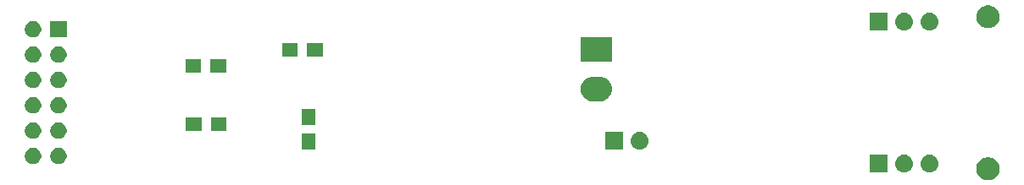
<source format=gbs>
G04 #@! TF.GenerationSoftware,KiCad,Pcbnew,(5.1.2)-2*
G04 #@! TF.CreationDate,2019-11-04T12:19:55+09:00*
G04 #@! TF.ProjectId,Kicad_sehd_mv,4b696361-645f-4736-9568-645f6d762e6b,1.0*
G04 #@! TF.SameCoordinates,Original*
G04 #@! TF.FileFunction,Soldermask,Bot*
G04 #@! TF.FilePolarity,Negative*
%FSLAX46Y46*%
G04 Gerber Fmt 4.6, Leading zero omitted, Abs format (unit mm)*
G04 Created by KiCad (PCBNEW (5.1.2)-2) date 2019-11-04 12:19:55*
%MOMM*%
%LPD*%
G04 APERTURE LIST*
%ADD10C,0.100000*%
G04 APERTURE END LIST*
D10*
G36*
X161641549Y-72531116D02*
G01*
X161752734Y-72553232D01*
X161900850Y-72614584D01*
X161931169Y-72627142D01*
X161962203Y-72639997D01*
X162150720Y-72765960D01*
X162311040Y-72926280D01*
X162434112Y-73110471D01*
X162437004Y-73114799D01*
X162523768Y-73324267D01*
X162558419Y-73498466D01*
X162568000Y-73546636D01*
X162568000Y-73773364D01*
X162523768Y-73995734D01*
X162437003Y-74205203D01*
X162311040Y-74393720D01*
X162150720Y-74554040D01*
X161962203Y-74680003D01*
X161752734Y-74766768D01*
X161641549Y-74788884D01*
X161530365Y-74811000D01*
X161303635Y-74811000D01*
X161192451Y-74788884D01*
X161081266Y-74766768D01*
X160871797Y-74680003D01*
X160683280Y-74554040D01*
X160522960Y-74393720D01*
X160396997Y-74205203D01*
X160310232Y-73995734D01*
X160266000Y-73773364D01*
X160266000Y-73546636D01*
X160275582Y-73498466D01*
X160310232Y-73324267D01*
X160396996Y-73114799D01*
X160399888Y-73110471D01*
X160522960Y-72926280D01*
X160683280Y-72765960D01*
X160871797Y-72639997D01*
X160902832Y-72627142D01*
X160933150Y-72614584D01*
X161081266Y-72553232D01*
X161192451Y-72531116D01*
X161303635Y-72509000D01*
X161530365Y-72509000D01*
X161641549Y-72531116D01*
X161641549Y-72531116D01*
G37*
G36*
X155685443Y-72257519D02*
G01*
X155751627Y-72264037D01*
X155921466Y-72315557D01*
X156077991Y-72399222D01*
X156113729Y-72428552D01*
X156215186Y-72511814D01*
X156298448Y-72613271D01*
X156327778Y-72649009D01*
X156411443Y-72805534D01*
X156462963Y-72975373D01*
X156480359Y-73152000D01*
X156462963Y-73328627D01*
X156411443Y-73498466D01*
X156327778Y-73654991D01*
X156298448Y-73690729D01*
X156215186Y-73792186D01*
X156113729Y-73875448D01*
X156077991Y-73904778D01*
X155921466Y-73988443D01*
X155751627Y-74039963D01*
X155685442Y-74046482D01*
X155619260Y-74053000D01*
X155530740Y-74053000D01*
X155464558Y-74046482D01*
X155398373Y-74039963D01*
X155228534Y-73988443D01*
X155072009Y-73904778D01*
X155036271Y-73875448D01*
X154934814Y-73792186D01*
X154851552Y-73690729D01*
X154822222Y-73654991D01*
X154738557Y-73498466D01*
X154687037Y-73328627D01*
X154669641Y-73152000D01*
X154687037Y-72975373D01*
X154738557Y-72805534D01*
X154822222Y-72649009D01*
X154851552Y-72613271D01*
X154934814Y-72511814D01*
X155036271Y-72428552D01*
X155072009Y-72399222D01*
X155228534Y-72315557D01*
X155398373Y-72264037D01*
X155464557Y-72257519D01*
X155530740Y-72251000D01*
X155619260Y-72251000D01*
X155685443Y-72257519D01*
X155685443Y-72257519D01*
G37*
G36*
X151396000Y-74053000D02*
G01*
X149594000Y-74053000D01*
X149594000Y-72251000D01*
X151396000Y-72251000D01*
X151396000Y-74053000D01*
X151396000Y-74053000D01*
G37*
G36*
X153145443Y-72257519D02*
G01*
X153211627Y-72264037D01*
X153381466Y-72315557D01*
X153537991Y-72399222D01*
X153573729Y-72428552D01*
X153675186Y-72511814D01*
X153758448Y-72613271D01*
X153787778Y-72649009D01*
X153871443Y-72805534D01*
X153922963Y-72975373D01*
X153940359Y-73152000D01*
X153922963Y-73328627D01*
X153871443Y-73498466D01*
X153787778Y-73654991D01*
X153758448Y-73690729D01*
X153675186Y-73792186D01*
X153573729Y-73875448D01*
X153537991Y-73904778D01*
X153381466Y-73988443D01*
X153211627Y-74039963D01*
X153145442Y-74046482D01*
X153079260Y-74053000D01*
X152990740Y-74053000D01*
X152924558Y-74046482D01*
X152858373Y-74039963D01*
X152688534Y-73988443D01*
X152532009Y-73904778D01*
X152496271Y-73875448D01*
X152394814Y-73792186D01*
X152311552Y-73690729D01*
X152282222Y-73654991D01*
X152198557Y-73498466D01*
X152147037Y-73328627D01*
X152129641Y-73152000D01*
X152147037Y-72975373D01*
X152198557Y-72805534D01*
X152282222Y-72649009D01*
X152311552Y-72613271D01*
X152394814Y-72511814D01*
X152496271Y-72428552D01*
X152532009Y-72399222D01*
X152688534Y-72315557D01*
X152858373Y-72264037D01*
X152924557Y-72257519D01*
X152990740Y-72251000D01*
X153079260Y-72251000D01*
X153145443Y-72257519D01*
X153145443Y-72257519D01*
G37*
G36*
X66277142Y-71608242D02*
G01*
X66425101Y-71669529D01*
X66558255Y-71758499D01*
X66671501Y-71871745D01*
X66760471Y-72004899D01*
X66821758Y-72152858D01*
X66853000Y-72309925D01*
X66853000Y-72470075D01*
X66821758Y-72627142D01*
X66760471Y-72775101D01*
X66671501Y-72908255D01*
X66558255Y-73021501D01*
X66425101Y-73110471D01*
X66277142Y-73171758D01*
X66120075Y-73203000D01*
X65959925Y-73203000D01*
X65802858Y-73171758D01*
X65654899Y-73110471D01*
X65521745Y-73021501D01*
X65408499Y-72908255D01*
X65319529Y-72775101D01*
X65258242Y-72627142D01*
X65227000Y-72470075D01*
X65227000Y-72309925D01*
X65258242Y-72152858D01*
X65319529Y-72004899D01*
X65408499Y-71871745D01*
X65521745Y-71758499D01*
X65654899Y-71669529D01*
X65802858Y-71608242D01*
X65959925Y-71577000D01*
X66120075Y-71577000D01*
X66277142Y-71608242D01*
X66277142Y-71608242D01*
G37*
G36*
X68817142Y-71608242D02*
G01*
X68965101Y-71669529D01*
X69098255Y-71758499D01*
X69211501Y-71871745D01*
X69300471Y-72004899D01*
X69361758Y-72152858D01*
X69393000Y-72309925D01*
X69393000Y-72470075D01*
X69361758Y-72627142D01*
X69300471Y-72775101D01*
X69211501Y-72908255D01*
X69098255Y-73021501D01*
X68965101Y-73110471D01*
X68817142Y-73171758D01*
X68660075Y-73203000D01*
X68499925Y-73203000D01*
X68342858Y-73171758D01*
X68194899Y-73110471D01*
X68061745Y-73021501D01*
X67948499Y-72908255D01*
X67859529Y-72775101D01*
X67798242Y-72627142D01*
X67767000Y-72470075D01*
X67767000Y-72309925D01*
X67798242Y-72152858D01*
X67859529Y-72004899D01*
X67948499Y-71871745D01*
X68061745Y-71758499D01*
X68194899Y-71669529D01*
X68342858Y-71608242D01*
X68499925Y-71577000D01*
X68660075Y-71577000D01*
X68817142Y-71608242D01*
X68817142Y-71608242D01*
G37*
G36*
X94275000Y-71774000D02*
G01*
X92923000Y-71774000D01*
X92923000Y-70172000D01*
X94275000Y-70172000D01*
X94275000Y-71774000D01*
X94275000Y-71774000D01*
G37*
G36*
X126729443Y-69971519D02*
G01*
X126795627Y-69978037D01*
X126965466Y-70029557D01*
X127121991Y-70113222D01*
X127157729Y-70142552D01*
X127259186Y-70225814D01*
X127342448Y-70327271D01*
X127371778Y-70363009D01*
X127455443Y-70519534D01*
X127506963Y-70689373D01*
X127524359Y-70866000D01*
X127506963Y-71042627D01*
X127455443Y-71212466D01*
X127371778Y-71368991D01*
X127342448Y-71404729D01*
X127259186Y-71506186D01*
X127157729Y-71589448D01*
X127121991Y-71618778D01*
X126965466Y-71702443D01*
X126795627Y-71753963D01*
X126749571Y-71758499D01*
X126663260Y-71767000D01*
X126574740Y-71767000D01*
X126488429Y-71758499D01*
X126442373Y-71753963D01*
X126272534Y-71702443D01*
X126116009Y-71618778D01*
X126080271Y-71589448D01*
X125978814Y-71506186D01*
X125895552Y-71404729D01*
X125866222Y-71368991D01*
X125782557Y-71212466D01*
X125731037Y-71042627D01*
X125713641Y-70866000D01*
X125731037Y-70689373D01*
X125782557Y-70519534D01*
X125866222Y-70363009D01*
X125895552Y-70327271D01*
X125978814Y-70225814D01*
X126080271Y-70142552D01*
X126116009Y-70113222D01*
X126272534Y-70029557D01*
X126442373Y-69978037D01*
X126508557Y-69971519D01*
X126574740Y-69965000D01*
X126663260Y-69965000D01*
X126729443Y-69971519D01*
X126729443Y-69971519D01*
G37*
G36*
X124980000Y-71767000D02*
G01*
X123178000Y-71767000D01*
X123178000Y-69965000D01*
X124980000Y-69965000D01*
X124980000Y-71767000D01*
X124980000Y-71767000D01*
G37*
G36*
X68817142Y-69068242D02*
G01*
X68965101Y-69129529D01*
X69098255Y-69218499D01*
X69211501Y-69331745D01*
X69300471Y-69464899D01*
X69361758Y-69612858D01*
X69393000Y-69769925D01*
X69393000Y-69930075D01*
X69361758Y-70087142D01*
X69300471Y-70235101D01*
X69211501Y-70368255D01*
X69098255Y-70481501D01*
X68965101Y-70570471D01*
X68817142Y-70631758D01*
X68660075Y-70663000D01*
X68499925Y-70663000D01*
X68342858Y-70631758D01*
X68194899Y-70570471D01*
X68061745Y-70481501D01*
X67948499Y-70368255D01*
X67859529Y-70235101D01*
X67798242Y-70087142D01*
X67767000Y-69930075D01*
X67767000Y-69769925D01*
X67798242Y-69612858D01*
X67859529Y-69464899D01*
X67948499Y-69331745D01*
X68061745Y-69218499D01*
X68194899Y-69129529D01*
X68342858Y-69068242D01*
X68499925Y-69037000D01*
X68660075Y-69037000D01*
X68817142Y-69068242D01*
X68817142Y-69068242D01*
G37*
G36*
X66277142Y-69068242D02*
G01*
X66425101Y-69129529D01*
X66558255Y-69218499D01*
X66671501Y-69331745D01*
X66760471Y-69464899D01*
X66821758Y-69612858D01*
X66853000Y-69769925D01*
X66853000Y-69930075D01*
X66821758Y-70087142D01*
X66760471Y-70235101D01*
X66671501Y-70368255D01*
X66558255Y-70481501D01*
X66425101Y-70570471D01*
X66277142Y-70631758D01*
X66120075Y-70663000D01*
X65959925Y-70663000D01*
X65802858Y-70631758D01*
X65654899Y-70570471D01*
X65521745Y-70481501D01*
X65408499Y-70368255D01*
X65319529Y-70235101D01*
X65258242Y-70087142D01*
X65227000Y-69930075D01*
X65227000Y-69769925D01*
X65258242Y-69612858D01*
X65319529Y-69464899D01*
X65408499Y-69331745D01*
X65521745Y-69218499D01*
X65654899Y-69129529D01*
X65802858Y-69068242D01*
X65959925Y-69037000D01*
X66120075Y-69037000D01*
X66277142Y-69068242D01*
X66277142Y-69068242D01*
G37*
G36*
X82883000Y-69891000D02*
G01*
X81281000Y-69891000D01*
X81281000Y-68539000D01*
X82883000Y-68539000D01*
X82883000Y-69891000D01*
X82883000Y-69891000D01*
G37*
G36*
X85383000Y-69891000D02*
G01*
X83781000Y-69891000D01*
X83781000Y-68539000D01*
X85383000Y-68539000D01*
X85383000Y-69891000D01*
X85383000Y-69891000D01*
G37*
G36*
X94275000Y-69274000D02*
G01*
X92923000Y-69274000D01*
X92923000Y-67672000D01*
X94275000Y-67672000D01*
X94275000Y-69274000D01*
X94275000Y-69274000D01*
G37*
G36*
X68817142Y-66528242D02*
G01*
X68965101Y-66589529D01*
X69098255Y-66678499D01*
X69211501Y-66791745D01*
X69300471Y-66924899D01*
X69361758Y-67072858D01*
X69393000Y-67229925D01*
X69393000Y-67390075D01*
X69361758Y-67547142D01*
X69300471Y-67695101D01*
X69211501Y-67828255D01*
X69098255Y-67941501D01*
X68965101Y-68030471D01*
X68817142Y-68091758D01*
X68660075Y-68123000D01*
X68499925Y-68123000D01*
X68342858Y-68091758D01*
X68194899Y-68030471D01*
X68061745Y-67941501D01*
X67948499Y-67828255D01*
X67859529Y-67695101D01*
X67798242Y-67547142D01*
X67767000Y-67390075D01*
X67767000Y-67229925D01*
X67798242Y-67072858D01*
X67859529Y-66924899D01*
X67948499Y-66791745D01*
X68061745Y-66678499D01*
X68194899Y-66589529D01*
X68342858Y-66528242D01*
X68499925Y-66497000D01*
X68660075Y-66497000D01*
X68817142Y-66528242D01*
X68817142Y-66528242D01*
G37*
G36*
X66277142Y-66528242D02*
G01*
X66425101Y-66589529D01*
X66558255Y-66678499D01*
X66671501Y-66791745D01*
X66760471Y-66924899D01*
X66821758Y-67072858D01*
X66853000Y-67229925D01*
X66853000Y-67390075D01*
X66821758Y-67547142D01*
X66760471Y-67695101D01*
X66671501Y-67828255D01*
X66558255Y-67941501D01*
X66425101Y-68030471D01*
X66277142Y-68091758D01*
X66120075Y-68123000D01*
X65959925Y-68123000D01*
X65802858Y-68091758D01*
X65654899Y-68030471D01*
X65521745Y-67941501D01*
X65408499Y-67828255D01*
X65319529Y-67695101D01*
X65258242Y-67547142D01*
X65227000Y-67390075D01*
X65227000Y-67229925D01*
X65258242Y-67072858D01*
X65319529Y-66924899D01*
X65408499Y-66791745D01*
X65521745Y-66678499D01*
X65654899Y-66589529D01*
X65802858Y-66528242D01*
X65959925Y-66497000D01*
X66120075Y-66497000D01*
X66277142Y-66528242D01*
X66277142Y-66528242D01*
G37*
G36*
X122866338Y-64473739D02*
G01*
X123097440Y-64543843D01*
X123310425Y-64657686D01*
X123497107Y-64810893D01*
X123650314Y-64997575D01*
X123764157Y-65210560D01*
X123834261Y-65441662D01*
X123857932Y-65682000D01*
X123834261Y-65922338D01*
X123764157Y-66153440D01*
X123650314Y-66366425D01*
X123497107Y-66553107D01*
X123310425Y-66706314D01*
X123097440Y-66820157D01*
X122866338Y-66890261D01*
X122686229Y-66908000D01*
X121915771Y-66908000D01*
X121735662Y-66890261D01*
X121504560Y-66820157D01*
X121291575Y-66706314D01*
X121104893Y-66553107D01*
X120951686Y-66366425D01*
X120837843Y-66153440D01*
X120767739Y-65922338D01*
X120744068Y-65682000D01*
X120767739Y-65441662D01*
X120837843Y-65210560D01*
X120951686Y-64997575D01*
X121104893Y-64810893D01*
X121291575Y-64657686D01*
X121504560Y-64543843D01*
X121735662Y-64473739D01*
X121915771Y-64456000D01*
X122686229Y-64456000D01*
X122866338Y-64473739D01*
X122866338Y-64473739D01*
G37*
G36*
X66277142Y-63988242D02*
G01*
X66425101Y-64049529D01*
X66558255Y-64138499D01*
X66671501Y-64251745D01*
X66760471Y-64384899D01*
X66821758Y-64532858D01*
X66853000Y-64689925D01*
X66853000Y-64850075D01*
X66821758Y-65007142D01*
X66760471Y-65155101D01*
X66671501Y-65288255D01*
X66558255Y-65401501D01*
X66425101Y-65490471D01*
X66277142Y-65551758D01*
X66120075Y-65583000D01*
X65959925Y-65583000D01*
X65802858Y-65551758D01*
X65654899Y-65490471D01*
X65521745Y-65401501D01*
X65408499Y-65288255D01*
X65319529Y-65155101D01*
X65258242Y-65007142D01*
X65227000Y-64850075D01*
X65227000Y-64689925D01*
X65258242Y-64532858D01*
X65319529Y-64384899D01*
X65408499Y-64251745D01*
X65521745Y-64138499D01*
X65654899Y-64049529D01*
X65802858Y-63988242D01*
X65959925Y-63957000D01*
X66120075Y-63957000D01*
X66277142Y-63988242D01*
X66277142Y-63988242D01*
G37*
G36*
X68817142Y-63988242D02*
G01*
X68965101Y-64049529D01*
X69098255Y-64138499D01*
X69211501Y-64251745D01*
X69300471Y-64384899D01*
X69361758Y-64532858D01*
X69393000Y-64689925D01*
X69393000Y-64850075D01*
X69361758Y-65007142D01*
X69300471Y-65155101D01*
X69211501Y-65288255D01*
X69098255Y-65401501D01*
X68965101Y-65490471D01*
X68817142Y-65551758D01*
X68660075Y-65583000D01*
X68499925Y-65583000D01*
X68342858Y-65551758D01*
X68194899Y-65490471D01*
X68061745Y-65401501D01*
X67948499Y-65288255D01*
X67859529Y-65155101D01*
X67798242Y-65007142D01*
X67767000Y-64850075D01*
X67767000Y-64689925D01*
X67798242Y-64532858D01*
X67859529Y-64384899D01*
X67948499Y-64251745D01*
X68061745Y-64138499D01*
X68194899Y-64049529D01*
X68342858Y-63988242D01*
X68499925Y-63957000D01*
X68660075Y-63957000D01*
X68817142Y-63988242D01*
X68817142Y-63988242D01*
G37*
G36*
X85343000Y-64049000D02*
G01*
X83741000Y-64049000D01*
X83741000Y-62697000D01*
X85343000Y-62697000D01*
X85343000Y-64049000D01*
X85343000Y-64049000D01*
G37*
G36*
X82843000Y-64049000D02*
G01*
X81241000Y-64049000D01*
X81241000Y-62697000D01*
X82843000Y-62697000D01*
X82843000Y-64049000D01*
X82843000Y-64049000D01*
G37*
G36*
X66277142Y-61448242D02*
G01*
X66425101Y-61509529D01*
X66558255Y-61598499D01*
X66671501Y-61711745D01*
X66760471Y-61844899D01*
X66821758Y-61992858D01*
X66853000Y-62149925D01*
X66853000Y-62310075D01*
X66821758Y-62467142D01*
X66760471Y-62615101D01*
X66671501Y-62748255D01*
X66558255Y-62861501D01*
X66425101Y-62950471D01*
X66277142Y-63011758D01*
X66120075Y-63043000D01*
X65959925Y-63043000D01*
X65802858Y-63011758D01*
X65654899Y-62950471D01*
X65521745Y-62861501D01*
X65408499Y-62748255D01*
X65319529Y-62615101D01*
X65258242Y-62467142D01*
X65227000Y-62310075D01*
X65227000Y-62149925D01*
X65258242Y-61992858D01*
X65319529Y-61844899D01*
X65408499Y-61711745D01*
X65521745Y-61598499D01*
X65654899Y-61509529D01*
X65802858Y-61448242D01*
X65959925Y-61417000D01*
X66120075Y-61417000D01*
X66277142Y-61448242D01*
X66277142Y-61448242D01*
G37*
G36*
X68817142Y-61448242D02*
G01*
X68965101Y-61509529D01*
X69098255Y-61598499D01*
X69211501Y-61711745D01*
X69300471Y-61844899D01*
X69361758Y-61992858D01*
X69393000Y-62149925D01*
X69393000Y-62310075D01*
X69361758Y-62467142D01*
X69300471Y-62615101D01*
X69211501Y-62748255D01*
X69098255Y-62861501D01*
X68965101Y-62950471D01*
X68817142Y-63011758D01*
X68660075Y-63043000D01*
X68499925Y-63043000D01*
X68342858Y-63011758D01*
X68194899Y-62950471D01*
X68061745Y-62861501D01*
X67948499Y-62748255D01*
X67859529Y-62615101D01*
X67798242Y-62467142D01*
X67767000Y-62310075D01*
X67767000Y-62149925D01*
X67798242Y-61992858D01*
X67859529Y-61844899D01*
X67948499Y-61711745D01*
X68061745Y-61598499D01*
X68194899Y-61509529D01*
X68342858Y-61448242D01*
X68499925Y-61417000D01*
X68660075Y-61417000D01*
X68817142Y-61448242D01*
X68817142Y-61448242D01*
G37*
G36*
X123852000Y-62948000D02*
G01*
X120750000Y-62948000D01*
X120750000Y-60496000D01*
X123852000Y-60496000D01*
X123852000Y-62948000D01*
X123852000Y-62948000D01*
G37*
G36*
X92495000Y-62398000D02*
G01*
X90893000Y-62398000D01*
X90893000Y-61046000D01*
X92495000Y-61046000D01*
X92495000Y-62398000D01*
X92495000Y-62398000D01*
G37*
G36*
X94995000Y-62398000D02*
G01*
X93393000Y-62398000D01*
X93393000Y-61046000D01*
X94995000Y-61046000D01*
X94995000Y-62398000D01*
X94995000Y-62398000D01*
G37*
G36*
X69393000Y-60503000D02*
G01*
X67767000Y-60503000D01*
X67767000Y-58877000D01*
X69393000Y-58877000D01*
X69393000Y-60503000D01*
X69393000Y-60503000D01*
G37*
G36*
X66277142Y-58908242D02*
G01*
X66425101Y-58969529D01*
X66558255Y-59058499D01*
X66671501Y-59171745D01*
X66760471Y-59304899D01*
X66821758Y-59452858D01*
X66853000Y-59609925D01*
X66853000Y-59770075D01*
X66821758Y-59927142D01*
X66760471Y-60075101D01*
X66671501Y-60208255D01*
X66558255Y-60321501D01*
X66425101Y-60410471D01*
X66277142Y-60471758D01*
X66120075Y-60503000D01*
X65959925Y-60503000D01*
X65802858Y-60471758D01*
X65654899Y-60410471D01*
X65521745Y-60321501D01*
X65408499Y-60208255D01*
X65319529Y-60075101D01*
X65258242Y-59927142D01*
X65227000Y-59770075D01*
X65227000Y-59609925D01*
X65258242Y-59452858D01*
X65319529Y-59304899D01*
X65408499Y-59171745D01*
X65521745Y-59058499D01*
X65654899Y-58969529D01*
X65802858Y-58908242D01*
X65959925Y-58877000D01*
X66120075Y-58877000D01*
X66277142Y-58908242D01*
X66277142Y-58908242D01*
G37*
G36*
X151396000Y-59829000D02*
G01*
X149594000Y-59829000D01*
X149594000Y-58027000D01*
X151396000Y-58027000D01*
X151396000Y-59829000D01*
X151396000Y-59829000D01*
G37*
G36*
X153145442Y-58033518D02*
G01*
X153211627Y-58040037D01*
X153381466Y-58091557D01*
X153537991Y-58175222D01*
X153573729Y-58204552D01*
X153675186Y-58287814D01*
X153758448Y-58389271D01*
X153787778Y-58425009D01*
X153871443Y-58581534D01*
X153922963Y-58751373D01*
X153940359Y-58928000D01*
X153922963Y-59104627D01*
X153871443Y-59274466D01*
X153787778Y-59430991D01*
X153780382Y-59440003D01*
X153675186Y-59568186D01*
X153573729Y-59651448D01*
X153537991Y-59680778D01*
X153381466Y-59764443D01*
X153211627Y-59815963D01*
X153145442Y-59822482D01*
X153079260Y-59829000D01*
X152990740Y-59829000D01*
X152924558Y-59822482D01*
X152858373Y-59815963D01*
X152688534Y-59764443D01*
X152532009Y-59680778D01*
X152496271Y-59651448D01*
X152394814Y-59568186D01*
X152289618Y-59440003D01*
X152282222Y-59430991D01*
X152198557Y-59274466D01*
X152147037Y-59104627D01*
X152129641Y-58928000D01*
X152147037Y-58751373D01*
X152198557Y-58581534D01*
X152282222Y-58425009D01*
X152311552Y-58389271D01*
X152394814Y-58287814D01*
X152496271Y-58204552D01*
X152532009Y-58175222D01*
X152688534Y-58091557D01*
X152858373Y-58040037D01*
X152924558Y-58033518D01*
X152990740Y-58027000D01*
X153079260Y-58027000D01*
X153145442Y-58033518D01*
X153145442Y-58033518D01*
G37*
G36*
X155685442Y-58033518D02*
G01*
X155751627Y-58040037D01*
X155921466Y-58091557D01*
X156077991Y-58175222D01*
X156113729Y-58204552D01*
X156215186Y-58287814D01*
X156298448Y-58389271D01*
X156327778Y-58425009D01*
X156411443Y-58581534D01*
X156462963Y-58751373D01*
X156480359Y-58928000D01*
X156462963Y-59104627D01*
X156411443Y-59274466D01*
X156327778Y-59430991D01*
X156320382Y-59440003D01*
X156215186Y-59568186D01*
X156113729Y-59651448D01*
X156077991Y-59680778D01*
X155921466Y-59764443D01*
X155751627Y-59815963D01*
X155685442Y-59822482D01*
X155619260Y-59829000D01*
X155530740Y-59829000D01*
X155464558Y-59822482D01*
X155398373Y-59815963D01*
X155228534Y-59764443D01*
X155072009Y-59680778D01*
X155036271Y-59651448D01*
X154934814Y-59568186D01*
X154829618Y-59440003D01*
X154822222Y-59430991D01*
X154738557Y-59274466D01*
X154687037Y-59104627D01*
X154669641Y-58928000D01*
X154687037Y-58751373D01*
X154738557Y-58581534D01*
X154822222Y-58425009D01*
X154851552Y-58389271D01*
X154934814Y-58287814D01*
X155036271Y-58204552D01*
X155072009Y-58175222D01*
X155228534Y-58091557D01*
X155398373Y-58040037D01*
X155464558Y-58033518D01*
X155530740Y-58027000D01*
X155619260Y-58027000D01*
X155685442Y-58033518D01*
X155685442Y-58033518D01*
G37*
G36*
X161641549Y-57291116D02*
G01*
X161752734Y-57313232D01*
X161962203Y-57399997D01*
X162150720Y-57525960D01*
X162311040Y-57686280D01*
X162437003Y-57874797D01*
X162505448Y-58040037D01*
X162523768Y-58084267D01*
X162568000Y-58306635D01*
X162568000Y-58533365D01*
X162545884Y-58644549D01*
X162523768Y-58755734D01*
X162437003Y-58965203D01*
X162311040Y-59153720D01*
X162150720Y-59314040D01*
X161962203Y-59440003D01*
X161962202Y-59440004D01*
X161962201Y-59440004D01*
X161900850Y-59465416D01*
X161752734Y-59526768D01*
X161641549Y-59548884D01*
X161530365Y-59571000D01*
X161303635Y-59571000D01*
X161192451Y-59548884D01*
X161081266Y-59526768D01*
X160933150Y-59465416D01*
X160871799Y-59440004D01*
X160871798Y-59440004D01*
X160871797Y-59440003D01*
X160683280Y-59314040D01*
X160522960Y-59153720D01*
X160396997Y-58965203D01*
X160310232Y-58755734D01*
X160288116Y-58644549D01*
X160266000Y-58533365D01*
X160266000Y-58306635D01*
X160310232Y-58084267D01*
X160328553Y-58040037D01*
X160396997Y-57874797D01*
X160522960Y-57686280D01*
X160683280Y-57525960D01*
X160871797Y-57399997D01*
X161081266Y-57313232D01*
X161192451Y-57291116D01*
X161303635Y-57269000D01*
X161530365Y-57269000D01*
X161641549Y-57291116D01*
X161641549Y-57291116D01*
G37*
M02*

</source>
